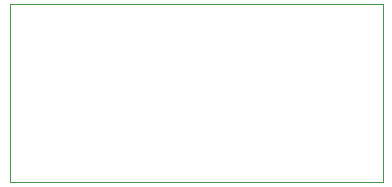
<source format=gbr>
%TF.GenerationSoftware,KiCad,Pcbnew,5.1.9+dfsg1-1*%
%TF.CreationDate,2022-10-17T14:31:48+03:00*%
%TF.ProjectId,SC-STM32L412K8,53432d53-544d-4333-924c-3431324b382e,rev?*%
%TF.SameCoordinates,Original*%
%TF.FileFunction,Profile,NP*%
%FSLAX46Y46*%
G04 Gerber Fmt 4.6, Leading zero omitted, Abs format (unit mm)*
G04 Created by KiCad (PCBNEW 5.1.9+dfsg1-1) date 2022-10-17 14:31:48*
%MOMM*%
%LPD*%
G01*
G04 APERTURE LIST*
%TA.AperFunction,Profile*%
%ADD10C,0.050000*%
%TD*%
G04 APERTURE END LIST*
D10*
X27449780Y-67937380D02*
X27449780Y-52875180D01*
X59021980Y-67937380D02*
X27449780Y-67937380D01*
X59021980Y-52875180D02*
X59021980Y-67937380D01*
X27449780Y-52875180D02*
X59021980Y-52875180D01*
M02*

</source>
